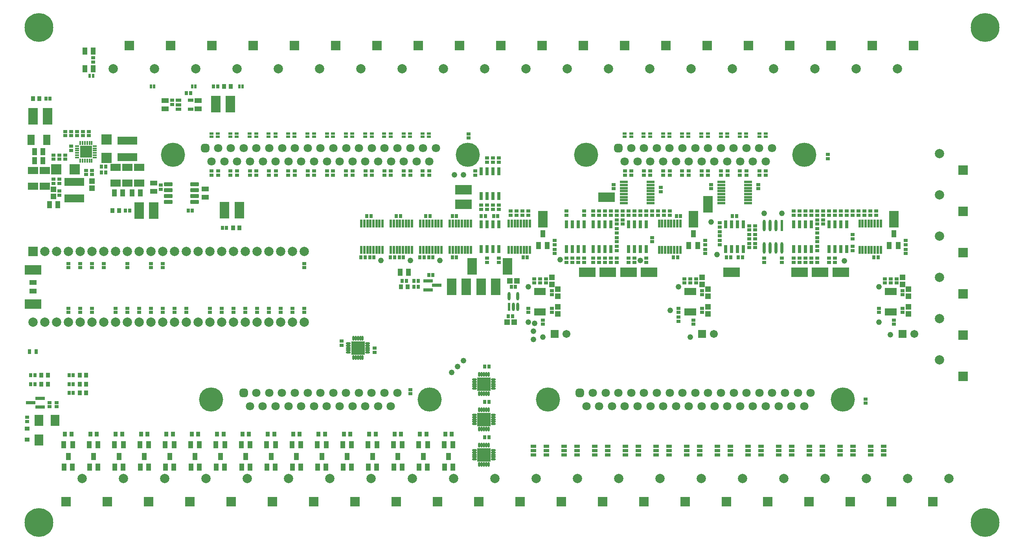
<source format=gts>
G04*
G04 #@! TF.GenerationSoftware,Altium Limited,Altium Designer,22.10.1 (41)*
G04*
G04 Layer_Color=8388736*
%FSLAX25Y25*%
%MOIN*%
G70*
G04*
G04 #@! TF.SameCoordinates,B22AEA06-AE45-4BA8-881C-222E2ACC086B*
G04*
G04*
G04 #@! TF.FilePolarity,Negative*
G04*
G01*
G75*
%ADD43R,0.02410X0.07107*%
G04:AMPARAMS|DCode=44|XSize=71.07mil|YSize=24.1mil|CornerRadius=12.05mil|HoleSize=0mil|Usage=FLASHONLY|Rotation=90.000|XOffset=0mil|YOffset=0mil|HoleType=Round|Shape=RoundedRectangle|*
%AMROUNDEDRECTD44*
21,1,0.07107,0.00000,0,0,90.0*
21,1,0.04697,0.02410,0,0,90.0*
1,1,0.02410,0.00000,0.02349*
1,1,0.02410,0.00000,-0.02349*
1,1,0.02410,0.00000,-0.02349*
1,1,0.02410,0.00000,0.02349*
%
%ADD44ROUNDEDRECTD44*%
G04:AMPARAMS|DCode=51|XSize=97.21mil|YSize=24.49mil|CornerRadius=12.25mil|HoleSize=0mil|Usage=FLASHONLY|Rotation=270.000|XOffset=0mil|YOffset=0mil|HoleType=Round|Shape=RoundedRectangle|*
%AMROUNDEDRECTD51*
21,1,0.09721,0.00000,0,0,270.0*
21,1,0.07272,0.02449,0,0,270.0*
1,1,0.02449,0.00000,-0.03636*
1,1,0.02449,0.00000,0.03636*
1,1,0.02449,0.00000,0.03636*
1,1,0.02449,0.00000,-0.03636*
%
%ADD51ROUNDEDRECTD51*%
%ADD52R,0.02449X0.09721*%
%ADD60R,0.03359X0.02965*%
%ADD61R,0.02965X0.03359*%
%ADD62R,0.03162X0.03950*%
%ADD63R,0.03162X0.06902*%
%ADD64C,0.04800*%
%ADD65R,0.14186X0.07887*%
%ADD66R,0.07887X0.14186*%
%ADD67R,0.06115X0.04343*%
%ADD68R,0.03556X0.02375*%
%ADD69R,0.02375X0.03556*%
%ADD70R,0.04343X0.06115*%
%ADD71R,0.09068X0.06115*%
%ADD72R,0.04540X0.04737*%
%ADD73R,0.08674X0.08674*%
%ADD74R,0.03950X0.06312*%
%ADD75R,0.04068X0.03556*%
%ADD76R,0.16548X0.06706*%
%ADD77R,0.07493X0.09658*%
%ADD78R,0.03753X0.04343*%
%ADD79R,0.05131X0.03162*%
%ADD80R,0.01784X0.03556*%
%ADD81R,0.03556X0.01784*%
%ADD82R,0.10446X0.10446*%
%ADD83R,0.08280X0.03162*%
G04:AMPARAMS|DCode=84|XSize=33.59mil|YSize=72.96mil|CornerRadius=5.92mil|HoleSize=0mil|Usage=FLASHONLY|Rotation=270.000|XOffset=0mil|YOffset=0mil|HoleType=Round|Shape=RoundedRectangle|*
%AMROUNDEDRECTD84*
21,1,0.03359,0.06112,0,0,270.0*
21,1,0.02175,0.07296,0,0,270.0*
1,1,0.01184,-0.03056,-0.01088*
1,1,0.01184,-0.03056,0.01088*
1,1,0.01184,0.03056,0.01088*
1,1,0.01184,0.03056,-0.01088*
%
%ADD84ROUNDEDRECTD84*%
%ADD85R,0.07887X0.03162*%
%ADD86O,0.04343X0.01784*%
%ADD87O,0.01784X0.04343*%
%ADD88R,0.11824X0.11824*%
%ADD89R,0.02375X0.06706*%
%ADD90R,0.01981X0.06312*%
%ADD91R,0.11824X0.11824*%
%ADD92R,0.08674X0.08674*%
%ADD93R,0.06115X0.09068*%
%ADD94R,0.04737X0.04540*%
%ADD95R,0.06706X0.02375*%
%ADD96R,0.07887X0.07887*%
%ADD97C,0.07887*%
%ADD98C,0.24422*%
%ADD99C,0.20485*%
%ADD100C,0.07099*%
G04:AMPARAMS|DCode=101|XSize=70.99mil|YSize=70.99mil|CornerRadius=19.75mil|HoleSize=0mil|Usage=FLASHONLY|Rotation=270.000|XOffset=0mil|YOffset=0mil|HoleType=Round|Shape=RoundedRectangle|*
%AMROUNDEDRECTD101*
21,1,0.07099,0.03150,0,0,270.0*
21,1,0.03150,0.07099,0,0,270.0*
1,1,0.03950,-0.01575,-0.01575*
1,1,0.03950,-0.01575,0.01575*
1,1,0.03950,0.01575,0.01575*
1,1,0.03950,0.01575,-0.01575*
%
%ADD101ROUNDEDRECTD101*%
%ADD102C,0.06706*%
%ADD103R,0.06706X0.06706*%
%ADD104R,0.07887X0.07887*%
%ADD105C,0.02769*%
D43*
X413760Y197970D02*
D03*
D44*
X417500D02*
D03*
X421240D02*
D03*
Y207030D02*
D03*
X413760D02*
D03*
D51*
X645000Y247998D02*
D03*
X640000D02*
D03*
X635000D02*
D03*
X630000D02*
D03*
Y267002D02*
D03*
X635000D02*
D03*
X640000D02*
D03*
D52*
X645000D02*
D03*
D60*
X42500Y334250D02*
D03*
Y330750D02*
D03*
X405000Y320750D02*
D03*
Y324250D02*
D03*
X400000D02*
D03*
Y320750D02*
D03*
X395000D02*
D03*
Y324250D02*
D03*
Y284250D02*
D03*
Y280750D02*
D03*
X400000D02*
D03*
Y284250D02*
D03*
X405000Y280750D02*
D03*
Y284250D02*
D03*
X385000Y313250D02*
D03*
Y309750D02*
D03*
X390000Y284250D02*
D03*
Y280750D02*
D03*
X395000Y235750D02*
D03*
Y239250D02*
D03*
X405000D02*
D03*
Y235750D02*
D03*
X462500Y239250D02*
D03*
Y235750D02*
D03*
X472500Y239250D02*
D03*
Y235750D02*
D03*
X467500D02*
D03*
Y239250D02*
D03*
X330000Y127750D02*
D03*
Y124250D02*
D03*
X716000Y119750D02*
D03*
Y116250D02*
D03*
X684000Y327250D02*
D03*
Y323750D02*
D03*
X379500Y341250D02*
D03*
Y344750D02*
D03*
X90000Y231250D02*
D03*
Y234750D02*
D03*
X240000Y231250D02*
D03*
Y234750D02*
D03*
X631500Y313250D02*
D03*
Y309750D02*
D03*
X161500Y313250D02*
D03*
Y309750D02*
D03*
X167000Y313250D02*
D03*
Y309750D02*
D03*
X177500Y313250D02*
D03*
Y309750D02*
D03*
X183000Y313250D02*
D03*
Y309750D02*
D03*
X194000Y313250D02*
D03*
Y309750D02*
D03*
X199500Y313250D02*
D03*
Y309750D02*
D03*
X210000Y313250D02*
D03*
Y309750D02*
D03*
X216000Y313250D02*
D03*
Y309750D02*
D03*
X226500Y313250D02*
D03*
Y309750D02*
D03*
X232000Y313250D02*
D03*
Y309750D02*
D03*
X243000Y313250D02*
D03*
Y309750D02*
D03*
X248500Y313250D02*
D03*
Y309750D02*
D03*
X259500Y313250D02*
D03*
Y309750D02*
D03*
X264500Y313250D02*
D03*
Y309750D02*
D03*
X275500Y313250D02*
D03*
Y309750D02*
D03*
X281000Y313250D02*
D03*
Y309750D02*
D03*
X292000Y313250D02*
D03*
Y309750D02*
D03*
X297500Y313250D02*
D03*
Y309750D02*
D03*
X308000Y313250D02*
D03*
Y309750D02*
D03*
X313598Y313250D02*
D03*
Y309750D02*
D03*
X324500Y313250D02*
D03*
Y309750D02*
D03*
X330000Y313250D02*
D03*
Y309750D02*
D03*
X340500Y313250D02*
D03*
Y309750D02*
D03*
X346000Y313250D02*
D03*
Y309750D02*
D03*
X512000Y313250D02*
D03*
Y309750D02*
D03*
X517500Y313250D02*
D03*
Y309750D02*
D03*
X528000Y313250D02*
D03*
Y309750D02*
D03*
X533500Y313250D02*
D03*
Y309750D02*
D03*
X544500Y313250D02*
D03*
Y309750D02*
D03*
X550000Y313250D02*
D03*
Y309750D02*
D03*
X560500Y313250D02*
D03*
Y309750D02*
D03*
X566000Y313250D02*
D03*
Y309750D02*
D03*
X582500Y313250D02*
D03*
Y309750D02*
D03*
X599000Y313250D02*
D03*
Y309750D02*
D03*
X615000Y313250D02*
D03*
Y309750D02*
D03*
X577000Y313250D02*
D03*
Y309750D02*
D03*
X593500Y313250D02*
D03*
Y309750D02*
D03*
X609500Y313250D02*
D03*
Y309750D02*
D03*
X626000Y313250D02*
D03*
Y309750D02*
D03*
X485000Y239250D02*
D03*
Y235750D02*
D03*
X61043Y405750D02*
D03*
Y409250D02*
D03*
X445000Y221750D02*
D03*
Y218250D02*
D03*
X630000Y235750D02*
D03*
Y239250D02*
D03*
X645000Y235750D02*
D03*
Y239250D02*
D03*
X452500Y246750D02*
D03*
Y243250D02*
D03*
X440000Y221750D02*
D03*
Y218250D02*
D03*
X435000Y221750D02*
D03*
Y218250D02*
D03*
X452500Y250750D02*
D03*
Y254250D02*
D03*
X420000Y275750D02*
D03*
Y279250D02*
D03*
X415000Y275750D02*
D03*
Y279250D02*
D03*
X425000Y275750D02*
D03*
Y279250D02*
D03*
X430000D02*
D03*
Y275750D02*
D03*
X622500Y266750D02*
D03*
Y263250D02*
D03*
X617500Y266750D02*
D03*
Y263250D02*
D03*
Y259250D02*
D03*
Y255750D02*
D03*
Y251750D02*
D03*
Y248250D02*
D03*
X622500D02*
D03*
Y251750D02*
D03*
X592500Y254250D02*
D03*
Y250750D02*
D03*
Y258250D02*
D03*
Y261750D02*
D03*
X299665Y162915D02*
D03*
Y159415D02*
D03*
X271665Y168915D02*
D03*
Y165415D02*
D03*
X42500Y346750D02*
D03*
Y343250D02*
D03*
X47500Y346750D02*
D03*
Y343250D02*
D03*
X52500D02*
D03*
Y346750D02*
D03*
X32500Y306337D02*
D03*
Y302837D02*
D03*
X27500Y306337D02*
D03*
Y302837D02*
D03*
Y326750D02*
D03*
Y323250D02*
D03*
X32500D02*
D03*
Y326750D02*
D03*
Y292837D02*
D03*
Y296337D02*
D03*
X37500Y326750D02*
D03*
Y323250D02*
D03*
X60000Y310337D02*
D03*
Y313837D02*
D03*
X55000D02*
D03*
Y310337D02*
D03*
X57500Y346750D02*
D03*
Y343250D02*
D03*
X37500D02*
D03*
Y346750D02*
D03*
X118500Y297837D02*
D03*
Y301337D02*
D03*
X128000Y373250D02*
D03*
Y369750D02*
D03*
X40000Y193250D02*
D03*
Y196750D02*
D03*
Y231250D02*
D03*
Y234750D02*
D03*
X50000Y193250D02*
D03*
Y196750D02*
D03*
Y231250D02*
D03*
Y234750D02*
D03*
X60000Y231250D02*
D03*
Y234750D02*
D03*
X70000Y231250D02*
D03*
Y234750D02*
D03*
X5000Y104250D02*
D03*
Y100750D02*
D03*
X100000Y193250D02*
D03*
Y196750D02*
D03*
X110000Y193250D02*
D03*
Y196750D02*
D03*
Y231250D02*
D03*
Y234750D02*
D03*
X120000Y193250D02*
D03*
Y196750D02*
D03*
Y231250D02*
D03*
Y234750D02*
D03*
X130000Y193250D02*
D03*
Y196750D02*
D03*
X140000Y193250D02*
D03*
Y196750D02*
D03*
X160000Y193250D02*
D03*
Y196750D02*
D03*
X170000Y193250D02*
D03*
Y196750D02*
D03*
X180000Y193250D02*
D03*
Y196750D02*
D03*
X190000Y193250D02*
D03*
Y196750D02*
D03*
X200000Y193250D02*
D03*
Y196750D02*
D03*
X210000Y193250D02*
D03*
Y196750D02*
D03*
X220000Y193250D02*
D03*
Y196750D02*
D03*
X230000Y193250D02*
D03*
Y196750D02*
D03*
X240000Y193250D02*
D03*
Y196750D02*
D03*
X90000D02*
D03*
Y193250D02*
D03*
X80000Y196750D02*
D03*
Y193250D02*
D03*
X30000Y116750D02*
D03*
Y113250D02*
D03*
X60000Y193250D02*
D03*
Y196750D02*
D03*
X24000Y113250D02*
D03*
Y116750D02*
D03*
X542500Y295750D02*
D03*
Y299250D02*
D03*
X535000Y279250D02*
D03*
Y275750D02*
D03*
X505000D02*
D03*
Y279250D02*
D03*
Y253250D02*
D03*
Y256750D02*
D03*
X500000Y235750D02*
D03*
Y239250D02*
D03*
X505000Y235750D02*
D03*
Y239250D02*
D03*
Y268250D02*
D03*
Y271750D02*
D03*
Y260750D02*
D03*
Y264250D02*
D03*
X515000Y279250D02*
D03*
Y275750D02*
D03*
X510000Y279250D02*
D03*
Y275750D02*
D03*
X502500Y298250D02*
D03*
Y301750D02*
D03*
X495000Y239250D02*
D03*
Y235750D02*
D03*
X500000Y275750D02*
D03*
Y279250D02*
D03*
X477500D02*
D03*
Y275750D02*
D03*
X520000D02*
D03*
Y279250D02*
D03*
X490000Y239250D02*
D03*
Y235750D02*
D03*
X530000Y279250D02*
D03*
Y275750D02*
D03*
X525000D02*
D03*
Y279250D02*
D03*
X490000D02*
D03*
Y275750D02*
D03*
X495000D02*
D03*
Y279250D02*
D03*
X530000Y239250D02*
D03*
Y235750D02*
D03*
X485000Y275750D02*
D03*
Y279250D02*
D03*
X477500Y239250D02*
D03*
Y235750D02*
D03*
X580000Y243250D02*
D03*
Y246750D02*
D03*
Y254250D02*
D03*
Y250750D02*
D03*
X510000Y268250D02*
D03*
Y271750D02*
D03*
X505000Y249250D02*
D03*
Y245750D02*
D03*
X462500Y279250D02*
D03*
Y275750D02*
D03*
X515000Y239250D02*
D03*
Y235750D02*
D03*
X535000Y256750D02*
D03*
Y253250D02*
D03*
X562500Y218250D02*
D03*
Y221750D02*
D03*
X520000Y235750D02*
D03*
Y239250D02*
D03*
X567500Y218250D02*
D03*
Y221750D02*
D03*
X550000Y279250D02*
D03*
Y275750D02*
D03*
X545000Y279250D02*
D03*
Y275750D02*
D03*
X540000Y279250D02*
D03*
Y275750D02*
D03*
X625000Y298250D02*
D03*
Y301750D02*
D03*
X622500Y259250D02*
D03*
Y255750D02*
D03*
X585000Y298250D02*
D03*
Y301750D02*
D03*
X592500Y265750D02*
D03*
Y269250D02*
D03*
X675000Y253250D02*
D03*
Y256750D02*
D03*
Y275750D02*
D03*
Y279250D02*
D03*
X705000D02*
D03*
Y275750D02*
D03*
X675000Y235750D02*
D03*
Y239250D02*
D03*
X670000Y235750D02*
D03*
Y239250D02*
D03*
X675000Y260750D02*
D03*
Y264250D02*
D03*
Y268250D02*
D03*
Y271750D02*
D03*
X680000Y279250D02*
D03*
Y275750D02*
D03*
X685000D02*
D03*
Y279250D02*
D03*
X665000Y239250D02*
D03*
Y235750D02*
D03*
X670000Y275750D02*
D03*
Y279250D02*
D03*
X690000Y275750D02*
D03*
Y279250D02*
D03*
X660000Y239250D02*
D03*
Y235750D02*
D03*
X655000D02*
D03*
Y239250D02*
D03*
X665000Y275750D02*
D03*
Y279250D02*
D03*
X660000D02*
D03*
Y275750D02*
D03*
X695000D02*
D03*
Y279250D02*
D03*
X700000D02*
D03*
Y275750D02*
D03*
X750000Y254250D02*
D03*
Y250750D02*
D03*
Y243250D02*
D03*
Y246750D02*
D03*
X685000Y239250D02*
D03*
Y235750D02*
D03*
X705000Y255750D02*
D03*
Y259250D02*
D03*
Y245750D02*
D03*
Y249250D02*
D03*
X655000Y275750D02*
D03*
Y279250D02*
D03*
X732500Y218250D02*
D03*
Y221750D02*
D03*
X690000Y235750D02*
D03*
Y239250D02*
D03*
X737500Y218250D02*
D03*
Y221750D02*
D03*
X680000Y268250D02*
D03*
Y271750D02*
D03*
X675000Y249250D02*
D03*
Y245750D02*
D03*
X720000Y279250D02*
D03*
Y275750D02*
D03*
X715000Y279250D02*
D03*
Y275750D02*
D03*
X710000Y279250D02*
D03*
Y275750D02*
D03*
X725000D02*
D03*
Y279250D02*
D03*
X557500Y185750D02*
D03*
Y189250D02*
D03*
Y196750D02*
D03*
Y193250D02*
D03*
X577500D02*
D03*
Y196750D02*
D03*
Y211750D02*
D03*
Y208250D02*
D03*
X572500Y218250D02*
D03*
Y221750D02*
D03*
X570000Y186750D02*
D03*
Y183250D02*
D03*
X727500Y193250D02*
D03*
Y196750D02*
D03*
X747500Y193250D02*
D03*
Y196750D02*
D03*
Y211750D02*
D03*
Y208250D02*
D03*
X742500Y218250D02*
D03*
Y221750D02*
D03*
X740000Y186750D02*
D03*
Y183250D02*
D03*
X442500Y186750D02*
D03*
Y183250D02*
D03*
X430000Y193250D02*
D03*
Y196750D02*
D03*
X450000Y193250D02*
D03*
Y196750D02*
D03*
Y211750D02*
D03*
Y208250D02*
D03*
D61*
X341750Y240000D02*
D03*
X338250D02*
D03*
X316750D02*
D03*
X313250D02*
D03*
X291750D02*
D03*
X288250D02*
D03*
X404250Y275000D02*
D03*
X400750D02*
D03*
X393750D02*
D03*
X390250D02*
D03*
X92006Y279587D02*
D03*
X88506D02*
D03*
X349250Y225000D02*
D03*
X345750D02*
D03*
X336750Y215000D02*
D03*
X333250D02*
D03*
X336750Y220000D02*
D03*
X333250D02*
D03*
X323250D02*
D03*
X326750D02*
D03*
X21006Y374587D02*
D03*
X24506D02*
D03*
X318250Y275000D02*
D03*
X321750D02*
D03*
X299250Y240000D02*
D03*
X295750D02*
D03*
X324250D02*
D03*
X320750D02*
D03*
X293250Y275000D02*
D03*
X296750D02*
D03*
X343250D02*
D03*
X346750D02*
D03*
X349250Y240000D02*
D03*
X345750D02*
D03*
X429250D02*
D03*
X425750D02*
D03*
X365750Y275000D02*
D03*
X369250D02*
D03*
X365750Y240000D02*
D03*
X369250D02*
D03*
X393250Y117500D02*
D03*
X396750D02*
D03*
X393250Y147500D02*
D03*
X396750D02*
D03*
X393250Y87500D02*
D03*
X396750D02*
D03*
X415750Y215000D02*
D03*
X419250D02*
D03*
X413250Y190000D02*
D03*
X416750D02*
D03*
X68250Y317087D02*
D03*
X71750D02*
D03*
X68250Y312087D02*
D03*
X71750D02*
D03*
X145250Y279587D02*
D03*
X141750D02*
D03*
X143750Y379500D02*
D03*
X140250D02*
D03*
X11750Y132500D02*
D03*
X8250D02*
D03*
X11750Y140000D02*
D03*
X8250D02*
D03*
X174250Y265000D02*
D03*
X170750D02*
D03*
X166750Y385000D02*
D03*
X163250D02*
D03*
X44250Y140000D02*
D03*
X40750D02*
D03*
X44250Y132500D02*
D03*
X40750D02*
D03*
X44250Y125000D02*
D03*
X40750D02*
D03*
X553250Y240000D02*
D03*
X556750D02*
D03*
X555750Y275000D02*
D03*
X559250D02*
D03*
X603250D02*
D03*
X606750D02*
D03*
X598250Y240000D02*
D03*
X601750D02*
D03*
X608250D02*
D03*
X611750D02*
D03*
X723250D02*
D03*
X726750D02*
D03*
D62*
X12756Y160000D02*
D03*
X7244D02*
D03*
D63*
X390000Y291870D02*
D03*
X395000D02*
D03*
X400000D02*
D03*
X405000D02*
D03*
Y313130D02*
D03*
X400000D02*
D03*
X395000D02*
D03*
X390000D02*
D03*
X405000Y246870D02*
D03*
X400000D02*
D03*
X395000D02*
D03*
X390000D02*
D03*
Y268130D02*
D03*
X395000D02*
D03*
X400000D02*
D03*
X405000D02*
D03*
X530000Y246870D02*
D03*
X525000D02*
D03*
X520000D02*
D03*
X515000D02*
D03*
Y268130D02*
D03*
X520000D02*
D03*
X525000D02*
D03*
X530000D02*
D03*
X485000D02*
D03*
X490000D02*
D03*
X495000D02*
D03*
X500000D02*
D03*
Y246870D02*
D03*
X495000D02*
D03*
X490000D02*
D03*
X485000D02*
D03*
X477500D02*
D03*
X472500D02*
D03*
X467500D02*
D03*
X462500D02*
D03*
Y268130D02*
D03*
X467500D02*
D03*
X472500D02*
D03*
X477500D02*
D03*
X597500D02*
D03*
X602500D02*
D03*
X607500D02*
D03*
X612500D02*
D03*
Y246870D02*
D03*
X607500D02*
D03*
X602500D02*
D03*
X597500D02*
D03*
X700000D02*
D03*
X695000D02*
D03*
X690000D02*
D03*
X685000D02*
D03*
Y268130D02*
D03*
X690000D02*
D03*
X695000D02*
D03*
X700000D02*
D03*
X655000D02*
D03*
X660000D02*
D03*
X665000D02*
D03*
X670000D02*
D03*
Y246870D02*
D03*
X665000D02*
D03*
X660000D02*
D03*
X655000D02*
D03*
D64*
X367500Y310000D02*
D03*
X457000Y238000D02*
D03*
X375000Y310000D02*
D03*
X550500Y195000D02*
D03*
X630000Y277500D02*
D03*
X645000D02*
D03*
X305000Y237500D02*
D03*
X330000D02*
D03*
X430000Y215000D02*
D03*
X355000Y237500D02*
D03*
X375000Y152500D02*
D03*
X370000Y147500D02*
D03*
X365000Y142500D02*
D03*
X727500Y185000D02*
D03*
X430000D02*
D03*
X435500Y184000D02*
D03*
X737000Y174500D02*
D03*
X442500Y172500D02*
D03*
X567500D02*
D03*
X434500Y177500D02*
D03*
Y170500D02*
D03*
X557500Y215000D02*
D03*
X525000Y237500D02*
D03*
X585000Y270000D02*
D03*
X590000Y242500D02*
D03*
X698000Y237000D02*
D03*
X727500Y215000D02*
D03*
D65*
X375000Y285000D02*
D03*
X497500Y227500D02*
D03*
X375000Y297500D02*
D03*
X602500Y227500D02*
D03*
X496500Y291000D02*
D03*
X10000Y229500D02*
D03*
Y200457D02*
D03*
X515000Y227500D02*
D03*
X480000D02*
D03*
X532500D02*
D03*
X660000D02*
D03*
X677500D02*
D03*
X695000D02*
D03*
D66*
X582500Y285000D02*
D03*
X412500Y232500D02*
D03*
X382500D02*
D03*
X442500Y272500D02*
D03*
X100000Y279587D02*
D03*
X22500Y359587D02*
D03*
X112500Y279587D02*
D03*
X10000Y359587D02*
D03*
X172500Y280000D02*
D03*
X165000Y370000D02*
D03*
X185000Y280000D02*
D03*
X177500Y370000D02*
D03*
X402500Y215000D02*
D03*
X365000D02*
D03*
X390000D02*
D03*
X377500D02*
D03*
X570000Y272500D02*
D03*
X740000D02*
D03*
D67*
X10000Y218543D02*
D03*
Y211457D02*
D03*
X150000Y373043D02*
D03*
Y365957D02*
D03*
X156000Y298130D02*
D03*
Y291043D02*
D03*
X112500Y303130D02*
D03*
Y296043D02*
D03*
X122000Y365957D02*
D03*
Y373043D02*
D03*
D68*
X544402Y345000D02*
D03*
Y342244D02*
D03*
X565902Y345000D02*
D03*
Y342244D02*
D03*
X549902Y345000D02*
D03*
Y342244D02*
D03*
X560402Y345000D02*
D03*
Y342244D02*
D03*
X576902Y345000D02*
D03*
Y342244D02*
D03*
X609402Y345000D02*
D03*
Y342244D02*
D03*
X582402Y345000D02*
D03*
Y342244D02*
D03*
X614902Y345000D02*
D03*
Y342244D02*
D03*
X593402Y345000D02*
D03*
Y342244D02*
D03*
X626098Y345000D02*
D03*
Y342244D02*
D03*
X598902Y345000D02*
D03*
Y342244D02*
D03*
X631402Y345000D02*
D03*
Y342244D02*
D03*
X517402Y345000D02*
D03*
Y342244D02*
D03*
X527902Y345000D02*
D03*
Y342244D02*
D03*
X511902Y345000D02*
D03*
Y342244D02*
D03*
X533402Y345000D02*
D03*
Y342244D02*
D03*
X182902Y345000D02*
D03*
Y342244D02*
D03*
X166902Y345000D02*
D03*
Y342244D02*
D03*
X177402Y345000D02*
D03*
Y342244D02*
D03*
X280902Y345000D02*
D03*
Y342244D02*
D03*
X264402Y345000D02*
D03*
Y342244D02*
D03*
X275402Y345000D02*
D03*
Y342244D02*
D03*
X248402Y345000D02*
D03*
Y342244D02*
D03*
X259402Y345000D02*
D03*
Y342244D02*
D03*
X242902Y345000D02*
D03*
Y342244D02*
D03*
X231902Y345000D02*
D03*
Y342244D02*
D03*
X329902Y345000D02*
D03*
Y342244D02*
D03*
X340402Y345000D02*
D03*
Y342244D02*
D03*
X324402Y345000D02*
D03*
Y342244D02*
D03*
X345902Y345000D02*
D03*
Y342244D02*
D03*
X313500Y345000D02*
D03*
Y342244D02*
D03*
X307902Y345000D02*
D03*
Y342244D02*
D03*
X297402Y345000D02*
D03*
Y342244D02*
D03*
X291902Y345000D02*
D03*
Y342244D02*
D03*
X209902Y345000D02*
D03*
Y342244D02*
D03*
X199402Y345000D02*
D03*
Y342244D02*
D03*
X215902Y345000D02*
D03*
Y342244D02*
D03*
X226402Y345000D02*
D03*
Y342244D02*
D03*
X193902Y345000D02*
D03*
Y342244D02*
D03*
X161402Y345000D02*
D03*
Y342244D02*
D03*
D69*
X58244Y394000D02*
D03*
X61000D02*
D03*
X110000Y385000D02*
D03*
X112756D02*
D03*
X185000D02*
D03*
X187756D02*
D03*
X145000D02*
D03*
X147756D02*
D03*
D70*
X53957Y415000D02*
D03*
X61043D02*
D03*
X53957Y400000D02*
D03*
X61043D02*
D03*
X11457Y322087D02*
D03*
X18543D02*
D03*
X57957Y62000D02*
D03*
X65043D02*
D03*
X79457D02*
D03*
X86543D02*
D03*
X100957D02*
D03*
X108043D02*
D03*
X122457D02*
D03*
X129543D02*
D03*
X143957D02*
D03*
X151043D02*
D03*
X165457D02*
D03*
X172543D02*
D03*
X186957D02*
D03*
X194043D02*
D03*
X208457D02*
D03*
X215543D02*
D03*
X229957D02*
D03*
X237043D02*
D03*
X251457D02*
D03*
X258543D02*
D03*
X272957D02*
D03*
X280043D02*
D03*
X294457D02*
D03*
X301543D02*
D03*
X315957D02*
D03*
X323043D02*
D03*
X337457D02*
D03*
X344543D02*
D03*
X358957D02*
D03*
X366043D02*
D03*
X328543Y227500D02*
D03*
X321457D02*
D03*
X18543Y329587D02*
D03*
X11457D02*
D03*
X23957Y284587D02*
D03*
X31043D02*
D03*
X93957Y294587D02*
D03*
X101043D02*
D03*
X86043D02*
D03*
X78957D02*
D03*
X43543Y62000D02*
D03*
X36457D02*
D03*
D71*
X100000Y302894D02*
D03*
Y316280D02*
D03*
X80000D02*
D03*
Y302894D02*
D03*
X10000Y300394D02*
D03*
Y313779D02*
D03*
X20000Y300394D02*
D03*
Y313779D02*
D03*
X90000Y316280D02*
D03*
Y302894D02*
D03*
D72*
X450000Y222953D02*
D03*
Y217047D02*
D03*
X27500Y291634D02*
D03*
Y297539D02*
D03*
X60000Y298681D02*
D03*
Y304587D02*
D03*
X582500Y192047D02*
D03*
Y197953D02*
D03*
Y212953D02*
D03*
Y207047D02*
D03*
X577500Y217047D02*
D03*
Y222953D02*
D03*
X752500Y192047D02*
D03*
Y197953D02*
D03*
Y212953D02*
D03*
Y207047D02*
D03*
X747500Y217047D02*
D03*
Y222953D02*
D03*
X455000Y192047D02*
D03*
Y197953D02*
D03*
Y212953D02*
D03*
Y207047D02*
D03*
D73*
X72500Y339961D02*
D03*
Y324213D02*
D03*
D74*
X442500Y260118D02*
D03*
X446240Y249882D02*
D03*
X438760D02*
D03*
X65240Y81118D02*
D03*
X57760D02*
D03*
X61500Y70882D02*
D03*
X86740Y81118D02*
D03*
X79260D02*
D03*
X83000Y70882D02*
D03*
X108240Y81118D02*
D03*
X100760D02*
D03*
X104500Y70882D02*
D03*
X129740Y81118D02*
D03*
X122260D02*
D03*
X126000Y70882D02*
D03*
X151240Y81118D02*
D03*
X143760D02*
D03*
X147500Y70882D02*
D03*
X172740Y81118D02*
D03*
X165260D02*
D03*
X169000Y70882D02*
D03*
X194240Y81118D02*
D03*
X186760D02*
D03*
X190500Y70882D02*
D03*
X215740Y81118D02*
D03*
X208260D02*
D03*
X212000Y70882D02*
D03*
X237240Y81118D02*
D03*
X229760D02*
D03*
X233500Y70882D02*
D03*
X258740Y81118D02*
D03*
X251260D02*
D03*
X255000Y70882D02*
D03*
X280240Y81118D02*
D03*
X272760D02*
D03*
X276500Y70882D02*
D03*
X301740Y81118D02*
D03*
X294260D02*
D03*
X298000Y70882D02*
D03*
X323240Y81118D02*
D03*
X315760D02*
D03*
X319500Y70882D02*
D03*
X344740Y81118D02*
D03*
X337260D02*
D03*
X341000Y70882D02*
D03*
X366240Y81118D02*
D03*
X358760D02*
D03*
X362500Y70882D02*
D03*
X40000D02*
D03*
X36260Y81118D02*
D03*
X43740D02*
D03*
X570000Y260118D02*
D03*
X573740Y249882D02*
D03*
X566260D02*
D03*
X740000Y260118D02*
D03*
X743740Y249882D02*
D03*
X736260D02*
D03*
D75*
X5000Y94528D02*
D03*
Y85472D02*
D03*
D76*
X90000Y339173D02*
D03*
Y325000D02*
D03*
X45000Y290000D02*
D03*
Y304173D02*
D03*
D77*
X15000Y101732D02*
D03*
Y85000D02*
D03*
X28780Y101732D02*
D03*
D78*
X338244Y90000D02*
D03*
X343756D02*
D03*
X77500Y279587D02*
D03*
X83012D02*
D03*
X64256Y90000D02*
D03*
X58744D02*
D03*
X85756D02*
D03*
X80244D02*
D03*
X107256D02*
D03*
X101744D02*
D03*
X128756D02*
D03*
X123244D02*
D03*
X150256D02*
D03*
X144744D02*
D03*
X171756D02*
D03*
X166244D02*
D03*
X193256D02*
D03*
X187744D02*
D03*
X214756D02*
D03*
X209244D02*
D03*
X236256D02*
D03*
X230744D02*
D03*
X257756D02*
D03*
X252244D02*
D03*
X279256D02*
D03*
X273744D02*
D03*
X300756D02*
D03*
X295244D02*
D03*
X322256D02*
D03*
X316744D02*
D03*
X365256D02*
D03*
X359744D02*
D03*
X327756Y215000D02*
D03*
X322244D02*
D03*
X10000Y374587D02*
D03*
X15512D02*
D03*
X37244Y90000D02*
D03*
X42756D02*
D03*
X22756Y132500D02*
D03*
X17244D02*
D03*
X22756Y140000D02*
D03*
X17244D02*
D03*
X177756Y385000D02*
D03*
X172244D02*
D03*
X179744Y265000D02*
D03*
X185256D02*
D03*
X55256Y140000D02*
D03*
X49744D02*
D03*
X55256Y132500D02*
D03*
X49744D02*
D03*
X55256Y125000D02*
D03*
X49744D02*
D03*
D79*
X720489Y79741D02*
D03*
Y76000D02*
D03*
Y72260D02*
D03*
X731512D02*
D03*
Y76000D02*
D03*
Y79741D02*
D03*
X133382Y373240D02*
D03*
Y369500D02*
D03*
Y365760D02*
D03*
X143618D02*
D03*
Y373240D02*
D03*
X679512Y79741D02*
D03*
Y76000D02*
D03*
Y72260D02*
D03*
X668489D02*
D03*
Y76000D02*
D03*
Y79741D02*
D03*
X601512D02*
D03*
Y76000D02*
D03*
Y72260D02*
D03*
X590488D02*
D03*
Y76000D02*
D03*
Y79741D02*
D03*
X523512D02*
D03*
Y76000D02*
D03*
Y72260D02*
D03*
X512489D02*
D03*
Y76000D02*
D03*
Y79741D02*
D03*
X445512D02*
D03*
Y76000D02*
D03*
Y72260D02*
D03*
X434488D02*
D03*
Y76000D02*
D03*
Y79741D02*
D03*
X705512D02*
D03*
Y76000D02*
D03*
Y72260D02*
D03*
X694488D02*
D03*
Y76000D02*
D03*
Y79741D02*
D03*
X627512D02*
D03*
Y76000D02*
D03*
Y72260D02*
D03*
X616489D02*
D03*
Y76000D02*
D03*
Y79741D02*
D03*
X549512D02*
D03*
Y76000D02*
D03*
Y72260D02*
D03*
X538488D02*
D03*
Y76000D02*
D03*
Y79741D02*
D03*
X471512D02*
D03*
Y76000D02*
D03*
Y72260D02*
D03*
X460489D02*
D03*
Y76000D02*
D03*
Y79741D02*
D03*
X653512D02*
D03*
Y76000D02*
D03*
Y72260D02*
D03*
X642488D02*
D03*
Y76000D02*
D03*
Y79741D02*
D03*
X575512D02*
D03*
Y76000D02*
D03*
Y72260D02*
D03*
X564489D02*
D03*
Y76000D02*
D03*
Y79741D02*
D03*
X497512D02*
D03*
Y76000D02*
D03*
Y72260D02*
D03*
X486488D02*
D03*
Y76000D02*
D03*
Y79741D02*
D03*
D80*
X50079Y322106D02*
D03*
X52047D02*
D03*
X54016D02*
D03*
X55984D02*
D03*
X57953D02*
D03*
X59921D02*
D03*
Y337067D02*
D03*
X57953D02*
D03*
X55984D02*
D03*
X54016D02*
D03*
X52047D02*
D03*
X50079D02*
D03*
D81*
X62480Y324764D02*
D03*
Y326693D02*
D03*
Y328622D02*
D03*
Y330551D02*
D03*
Y332480D02*
D03*
Y334409D02*
D03*
X47520D02*
D03*
Y332480D02*
D03*
Y330551D02*
D03*
Y328622D02*
D03*
Y326693D02*
D03*
Y324764D02*
D03*
D82*
X55000Y329587D02*
D03*
D83*
X352559Y216220D02*
D03*
X345000Y212441D02*
D03*
Y220000D02*
D03*
D84*
X147122Y287087D02*
D03*
Y292087D02*
D03*
Y297087D02*
D03*
Y302087D02*
D03*
X124878Y287087D02*
D03*
Y292087D02*
D03*
Y297087D02*
D03*
Y302087D02*
D03*
D85*
X8126Y116740D02*
D03*
X16000Y120480D02*
D03*
Y113000D02*
D03*
D86*
X384429Y136437D02*
D03*
Y134468D02*
D03*
Y132500D02*
D03*
Y130532D02*
D03*
Y128563D02*
D03*
X400571D02*
D03*
Y130532D02*
D03*
Y132500D02*
D03*
Y134468D02*
D03*
Y136437D02*
D03*
X293736Y167102D02*
D03*
Y165134D02*
D03*
Y163165D02*
D03*
Y161197D02*
D03*
Y159228D02*
D03*
X277594D02*
D03*
Y161197D02*
D03*
Y163165D02*
D03*
Y165134D02*
D03*
Y167102D02*
D03*
X400571Y76437D02*
D03*
Y74468D02*
D03*
Y72500D02*
D03*
Y70531D02*
D03*
Y68563D02*
D03*
X384429D02*
D03*
Y70531D02*
D03*
Y72500D02*
D03*
Y74468D02*
D03*
Y76437D02*
D03*
X400571Y106437D02*
D03*
Y104469D02*
D03*
Y102500D02*
D03*
Y100531D02*
D03*
Y98563D02*
D03*
X384429D02*
D03*
Y100531D02*
D03*
Y102500D02*
D03*
Y104469D02*
D03*
Y106437D02*
D03*
D87*
X388563Y124429D02*
D03*
X390531D02*
D03*
X392500D02*
D03*
X394468D02*
D03*
X396437D02*
D03*
Y140571D02*
D03*
X394468D02*
D03*
X392500D02*
D03*
X390531D02*
D03*
X388563D02*
D03*
X289602Y155095D02*
D03*
X287634D02*
D03*
X285665D02*
D03*
X283697D02*
D03*
X281728D02*
D03*
Y171236D02*
D03*
X283697D02*
D03*
X285665D02*
D03*
X287634D02*
D03*
X289602D02*
D03*
X388563Y80571D02*
D03*
X390531D02*
D03*
X392500D02*
D03*
X394468D02*
D03*
X396437D02*
D03*
Y64429D02*
D03*
X394468D02*
D03*
X392500D02*
D03*
X390531D02*
D03*
X388563D02*
D03*
X388563Y110571D02*
D03*
X390531D02*
D03*
X392500D02*
D03*
X394468D02*
D03*
X396437D02*
D03*
Y94429D02*
D03*
X394468D02*
D03*
X392500D02*
D03*
X390531D02*
D03*
X388563D02*
D03*
D88*
X392500Y132500D02*
D03*
Y72500D02*
D03*
X392500Y102500D02*
D03*
D89*
X338543Y268819D02*
D03*
X341102D02*
D03*
X343661D02*
D03*
X346220D02*
D03*
X348780D02*
D03*
X351339D02*
D03*
X353898D02*
D03*
X356457D02*
D03*
Y246181D02*
D03*
X353898D02*
D03*
X351339D02*
D03*
X348780D02*
D03*
X346220D02*
D03*
X343661D02*
D03*
X341102D02*
D03*
X338543D02*
D03*
X313543D02*
D03*
X316102D02*
D03*
X318661D02*
D03*
X321220D02*
D03*
X323780D02*
D03*
X326339D02*
D03*
X328898D02*
D03*
X331457D02*
D03*
Y268819D02*
D03*
X328898D02*
D03*
X326339D02*
D03*
X323780D02*
D03*
X321220D02*
D03*
X318661D02*
D03*
X316102D02*
D03*
X313543D02*
D03*
X288543Y246181D02*
D03*
X291102D02*
D03*
X293661D02*
D03*
X296220D02*
D03*
X298780D02*
D03*
X301339D02*
D03*
X303898D02*
D03*
X306457D02*
D03*
Y268819D02*
D03*
X303898D02*
D03*
X301339D02*
D03*
X298780D02*
D03*
X296220D02*
D03*
X293661D02*
D03*
X291102D02*
D03*
X288543D02*
D03*
X431457D02*
D03*
X428898D02*
D03*
X426339D02*
D03*
X423779D02*
D03*
X421220D02*
D03*
X418661D02*
D03*
X416102D02*
D03*
X413543D02*
D03*
Y246181D02*
D03*
X416102D02*
D03*
X418661D02*
D03*
X421220D02*
D03*
X423779D02*
D03*
X426339D02*
D03*
X428898D02*
D03*
X431457D02*
D03*
X363543D02*
D03*
X366102D02*
D03*
X368661D02*
D03*
X371220D02*
D03*
X373780D02*
D03*
X376339D02*
D03*
X378898D02*
D03*
X381457D02*
D03*
Y268819D02*
D03*
X378898D02*
D03*
X376339D02*
D03*
X373780D02*
D03*
X371220D02*
D03*
X368661D02*
D03*
X366102D02*
D03*
X363543D02*
D03*
X558957Y246181D02*
D03*
X556398D02*
D03*
X553839D02*
D03*
X551279D02*
D03*
X548721D02*
D03*
X546161D02*
D03*
X543602D02*
D03*
X541043D02*
D03*
Y268819D02*
D03*
X543602D02*
D03*
X546161D02*
D03*
X548721D02*
D03*
X551279D02*
D03*
X553839D02*
D03*
X556398D02*
D03*
X558957D02*
D03*
X728957Y246181D02*
D03*
X726398D02*
D03*
X723839D02*
D03*
X721279D02*
D03*
X718720D02*
D03*
X716161D02*
D03*
X713602D02*
D03*
X711043D02*
D03*
Y268819D02*
D03*
X713602D02*
D03*
X716161D02*
D03*
X718720D02*
D03*
X721279D02*
D03*
X723839D02*
D03*
X726398D02*
D03*
X728957D02*
D03*
D90*
X443937Y211161D02*
D03*
X441968D02*
D03*
X440000D02*
D03*
X438031D02*
D03*
X436063D02*
D03*
X436063Y193839D02*
D03*
X438031D02*
D03*
X440000D02*
D03*
X441968D02*
D03*
X443937D02*
D03*
X571437D02*
D03*
X569468D02*
D03*
X567500D02*
D03*
X565531D02*
D03*
X563563D02*
D03*
X563563Y211161D02*
D03*
X565531D02*
D03*
X567500D02*
D03*
X569468D02*
D03*
X571437D02*
D03*
X741437Y193839D02*
D03*
X739468D02*
D03*
X737500D02*
D03*
X735532D02*
D03*
X733563D02*
D03*
X733563Y211161D02*
D03*
X735532D02*
D03*
X737500D02*
D03*
X739468D02*
D03*
X741437D02*
D03*
D91*
X285665Y163165D02*
D03*
D92*
X45374Y314587D02*
D03*
X29626D02*
D03*
D93*
X21693Y339587D02*
D03*
X8307D02*
D03*
D94*
X414547Y220000D02*
D03*
X420453D02*
D03*
X412047Y185000D02*
D03*
X417953D02*
D03*
D95*
X533819Y303957D02*
D03*
Y301398D02*
D03*
Y298839D02*
D03*
Y296280D02*
D03*
Y293721D02*
D03*
Y291161D02*
D03*
Y288602D02*
D03*
Y286043D02*
D03*
X511181D02*
D03*
Y288602D02*
D03*
Y291161D02*
D03*
Y293721D02*
D03*
Y296280D02*
D03*
Y298839D02*
D03*
Y301398D02*
D03*
Y303957D02*
D03*
X616319D02*
D03*
Y301398D02*
D03*
Y298839D02*
D03*
Y296280D02*
D03*
Y293721D02*
D03*
Y291161D02*
D03*
Y288602D02*
D03*
Y286043D02*
D03*
X593681D02*
D03*
Y288602D02*
D03*
Y291161D02*
D03*
Y293721D02*
D03*
Y296280D02*
D03*
Y298839D02*
D03*
Y301398D02*
D03*
Y303957D02*
D03*
D96*
X476890Y419842D02*
D03*
X213110Y32658D02*
D03*
X318110D02*
D03*
X283110D02*
D03*
X248110D02*
D03*
X528110D02*
D03*
X423110D02*
D03*
X388110D02*
D03*
X458110D02*
D03*
X493110D02*
D03*
X353110D02*
D03*
X231890Y419842D02*
D03*
X441890D02*
D03*
X511890D02*
D03*
X546890D02*
D03*
X266890D02*
D03*
X301890D02*
D03*
X371890D02*
D03*
X336890D02*
D03*
X406890D02*
D03*
X196890D02*
D03*
X126890D02*
D03*
X161890D02*
D03*
X91890D02*
D03*
X73110Y32658D02*
D03*
X108110D02*
D03*
X143110D02*
D03*
X178110D02*
D03*
X38110D02*
D03*
X563110D02*
D03*
X598110D02*
D03*
X668110D02*
D03*
X633110D02*
D03*
X738110D02*
D03*
X703110D02*
D03*
X773110D02*
D03*
X616890Y419842D02*
D03*
X651890D02*
D03*
X581890D02*
D03*
X686890D02*
D03*
X721890D02*
D03*
X756890D02*
D03*
D97*
X463110Y400157D02*
D03*
X226890Y52342D02*
D03*
X10000Y185000D02*
D03*
X20000D02*
D03*
X30000D02*
D03*
X40000D02*
D03*
X50000D02*
D03*
X60000D02*
D03*
X70000D02*
D03*
X80000D02*
D03*
X90000D02*
D03*
X100000D02*
D03*
X110000D02*
D03*
X120000D02*
D03*
X130000D02*
D03*
X140000D02*
D03*
X150000D02*
D03*
X160000D02*
D03*
X170000D02*
D03*
X180000D02*
D03*
X190000D02*
D03*
X200000D02*
D03*
X210000D02*
D03*
X220000D02*
D03*
X230000D02*
D03*
X240000D02*
D03*
Y245000D02*
D03*
X230000D02*
D03*
X220000D02*
D03*
X210000D02*
D03*
X200000D02*
D03*
X190000D02*
D03*
X180000D02*
D03*
X170000D02*
D03*
X160000D02*
D03*
X150000D02*
D03*
X140000D02*
D03*
X130000D02*
D03*
X120000D02*
D03*
X110000D02*
D03*
X100000D02*
D03*
X90000D02*
D03*
X80000D02*
D03*
X70000D02*
D03*
X60000D02*
D03*
X50000D02*
D03*
X40000D02*
D03*
X30000D02*
D03*
X20000D02*
D03*
X331890Y52342D02*
D03*
X296890D02*
D03*
X261890D02*
D03*
X541890D02*
D03*
X436890D02*
D03*
X401890D02*
D03*
X471890D02*
D03*
X506890D02*
D03*
X366890D02*
D03*
X218110Y400157D02*
D03*
X428110D02*
D03*
X498110D02*
D03*
X533110D02*
D03*
X253110D02*
D03*
X288110D02*
D03*
X358110D02*
D03*
X323110D02*
D03*
X393110D02*
D03*
X183110D02*
D03*
X113110D02*
D03*
X148110D02*
D03*
X78110D02*
D03*
X86890Y52342D02*
D03*
X121890D02*
D03*
X156890D02*
D03*
X191890D02*
D03*
X51890D02*
D03*
X576890D02*
D03*
X611890D02*
D03*
X681890D02*
D03*
X646890D02*
D03*
X751890D02*
D03*
X716890D02*
D03*
X786890D02*
D03*
X603110Y400157D02*
D03*
X638110D02*
D03*
X568110D02*
D03*
X673110D02*
D03*
X708110D02*
D03*
X743110D02*
D03*
X778942Y292890D02*
D03*
Y187890D02*
D03*
Y257890D02*
D03*
Y222890D02*
D03*
Y152890D02*
D03*
Y327890D02*
D03*
D98*
X15000Y435000D02*
D03*
X817500D02*
D03*
Y15000D02*
D03*
X15000D02*
D03*
D99*
X696693Y119409D02*
D03*
X446693D02*
D03*
X346413D02*
D03*
X161217D02*
D03*
X128894Y327091D02*
D03*
X378894D02*
D03*
X479016D02*
D03*
X664213D02*
D03*
D100*
X664055Y113819D02*
D03*
X653189D02*
D03*
X642323D02*
D03*
X631457D02*
D03*
X620590D02*
D03*
X609724D02*
D03*
X598858D02*
D03*
X587992D02*
D03*
X577126D02*
D03*
X566260D02*
D03*
X555394D02*
D03*
X544527D02*
D03*
X533661D02*
D03*
X522795D02*
D03*
X511929D02*
D03*
X501063D02*
D03*
X490197D02*
D03*
X479331D02*
D03*
X669488Y125000D02*
D03*
X658622D02*
D03*
X647756D02*
D03*
X636890D02*
D03*
X626024D02*
D03*
X615158D02*
D03*
X604291D02*
D03*
X593425D02*
D03*
X582559D02*
D03*
X571693D02*
D03*
X560827D02*
D03*
X549961D02*
D03*
X539094D02*
D03*
X528228D02*
D03*
X517362D02*
D03*
X506496D02*
D03*
X495630D02*
D03*
X484764D02*
D03*
X313579Y113819D02*
D03*
X302713D02*
D03*
X291846D02*
D03*
X280980D02*
D03*
X270114D02*
D03*
X259248D02*
D03*
X248382D02*
D03*
X237516D02*
D03*
X226650D02*
D03*
X215784D02*
D03*
X204917D02*
D03*
X194051D02*
D03*
X319012Y125000D02*
D03*
X308146D02*
D03*
X297280D02*
D03*
X286413D02*
D03*
X275547D02*
D03*
X264681D02*
D03*
X253815D02*
D03*
X242949D02*
D03*
X232083D02*
D03*
X221217D02*
D03*
X210350D02*
D03*
X199484D02*
D03*
X166965Y332681D02*
D03*
X177831D02*
D03*
X188697D02*
D03*
X199563D02*
D03*
X210429D02*
D03*
X221295D02*
D03*
X232161D02*
D03*
X243028D02*
D03*
X253894D02*
D03*
X264760D02*
D03*
X275626D02*
D03*
X286492D02*
D03*
X297358D02*
D03*
X308224D02*
D03*
X319091D02*
D03*
X329957D02*
D03*
X340823D02*
D03*
X351689D02*
D03*
X161531Y321500D02*
D03*
X172398D02*
D03*
X183264D02*
D03*
X194130D02*
D03*
X204996D02*
D03*
X215862D02*
D03*
X226728D02*
D03*
X237595D02*
D03*
X248461D02*
D03*
X259327D02*
D03*
X270193D02*
D03*
X281059D02*
D03*
X291925D02*
D03*
X302791D02*
D03*
X313657D02*
D03*
X324524D02*
D03*
X335390D02*
D03*
X346256D02*
D03*
X517283Y332681D02*
D03*
X528150D02*
D03*
X539016D02*
D03*
X549882D02*
D03*
X560748D02*
D03*
X571614D02*
D03*
X582480D02*
D03*
X593346D02*
D03*
X604213D02*
D03*
X615079D02*
D03*
X625945D02*
D03*
X636811D02*
D03*
X511850Y321500D02*
D03*
X522717D02*
D03*
X533583D02*
D03*
X544449D02*
D03*
X555315D02*
D03*
X566181D02*
D03*
X577047D02*
D03*
X587913D02*
D03*
X598779D02*
D03*
X609646D02*
D03*
X620512D02*
D03*
X631378D02*
D03*
D101*
X473898Y125000D02*
D03*
X188618D02*
D03*
X156098Y332681D02*
D03*
X506417D02*
D03*
D102*
X462500Y175000D02*
D03*
X587500D02*
D03*
X757500D02*
D03*
D103*
X452500D02*
D03*
X577500D02*
D03*
X747500D02*
D03*
D104*
X10000Y245000D02*
D03*
X798628Y279110D02*
D03*
Y174110D02*
D03*
Y244110D02*
D03*
Y209110D02*
D03*
Y139110D02*
D03*
Y314110D02*
D03*
D105*
X390335Y134665D02*
D03*
X394665D02*
D03*
X390335Y130335D02*
D03*
X394665D02*
D03*
X283500Y161000D02*
D03*
Y165331D02*
D03*
X287831Y161000D02*
D03*
Y165331D02*
D03*
X394665Y70335D02*
D03*
X390335D02*
D03*
X394665Y74665D02*
D03*
X390335D02*
D03*
X394665Y100335D02*
D03*
X390335D02*
D03*
X394665Y104665D02*
D03*
X390335D02*
D03*
M02*

</source>
